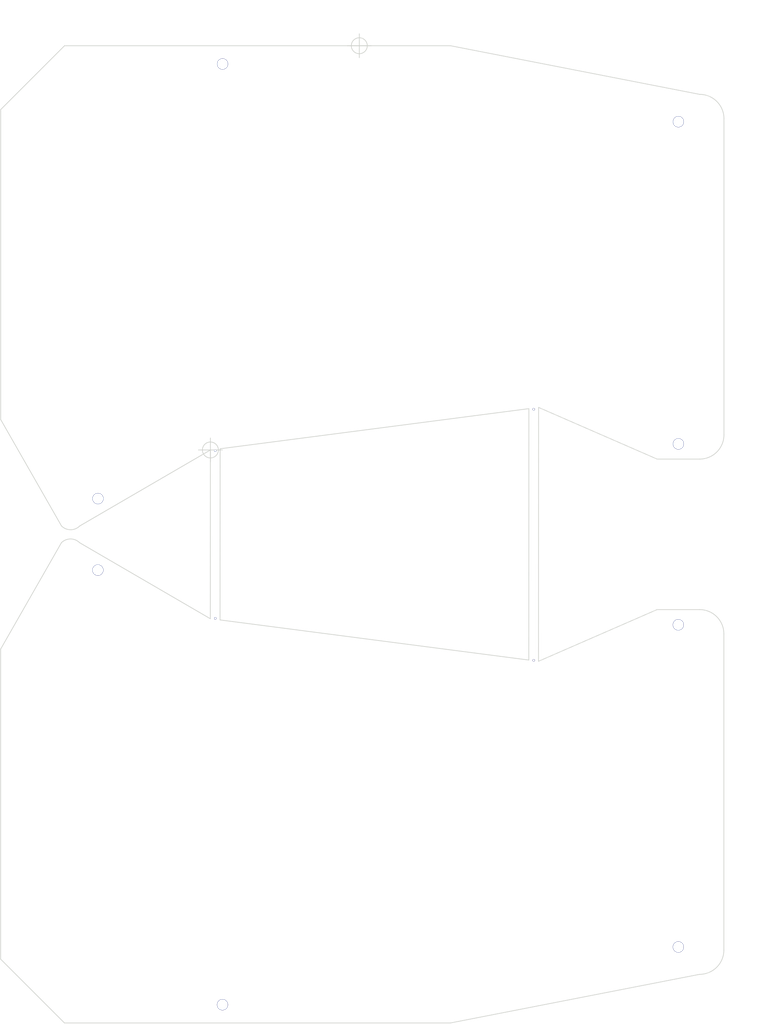
<source format=kicad_pcb>
(kicad_pcb (version 20171130) (host pcbnew 5.0.2-bee76a0~70~ubuntu18.04.1)

  (general
    (thickness 1.6)
    (drawings 36)
    (tracks 4)
    (zones 0)
    (modules 8)
    (nets 2)
  )

  (page A4)
  (layers
    (0 F.Cu signal)
    (31 B.Cu signal)
    (32 B.Adhes user)
    (33 F.Adhes user)
    (34 B.Paste user)
    (35 F.Paste user)
    (36 B.SilkS user)
    (37 F.SilkS user)
    (38 B.Mask user hide)
    (39 F.Mask user hide)
    (40 Dwgs.User user)
    (41 Cmts.User user)
    (42 Eco1.User user)
    (43 Eco2.User user)
    (44 Edge.Cuts user)
    (45 Margin user)
    (46 B.CrtYd user)
    (47 F.CrtYd user)
    (48 B.Fab user)
    (49 F.Fab user)
  )

  (setup
    (last_trace_width 0.25)
    (trace_clearance 0.2)
    (zone_clearance 0.508)
    (zone_45_only no)
    (trace_min 0.2)
    (segment_width 0.2)
    (edge_width 0.15)
    (via_size 0.8)
    (via_drill 0.4)
    (via_min_size 0.4)
    (via_min_drill 0.3)
    (uvia_size 0.3)
    (uvia_drill 0.1)
    (uvias_allowed no)
    (uvia_min_size 0.2)
    (uvia_min_drill 0.1)
    (pcb_text_width 0.3)
    (pcb_text_size 1.5 1.5)
    (mod_edge_width 0.15)
    (mod_text_size 1 1)
    (mod_text_width 0.15)
    (pad_size 2.3 2.3)
    (pad_drill 2.2)
    (pad_to_mask_clearance 0.051)
    (solder_mask_min_width 0.25)
    (aux_axis_origin 0 0)
    (grid_origin 104.14 105.41)
    (visible_elements FFFFF77F)
    (pcbplotparams
      (layerselection 0x01088_7fffffff)
      (usegerberextensions true)
      (usegerberattributes false)
      (usegerberadvancedattributes false)
      (creategerberjobfile false)
      (excludeedgelayer true)
      (linewidth 0.100000)
      (plotframeref false)
      (viasonmask false)
      (mode 1)
      (useauxorigin false)
      (hpglpennumber 1)
      (hpglpenspeed 20)
      (hpglpendiameter 15.000000)
      (psnegative false)
      (psa4output false)
      (plotreference true)
      (plotvalue true)
      (plotinvisibletext false)
      (padsonsilk false)
      (subtractmaskfromsilk false)
      (outputformat 1)
      (mirror false)
      (drillshape 0)
      (scaleselection 1)
      (outputdirectory "garbar"))
  )

  (net 0 "")
  (net 1 GND)

  (net_class Default "これはデフォルトのネット クラスです。"
    (clearance 0.2)
    (trace_width 0.25)
    (via_dia 0.8)
    (via_drill 0.4)
    (uvia_dia 0.3)
    (uvia_drill 0.1)
  )

  (net_class POWER ""
    (clearance 0.2)
    (trace_width 0.4)
    (via_dia 0.8)
    (via_drill 0.4)
    (uvia_dia 0.3)
    (uvia_drill 0.1)
    (add_net GND)
  )

  (module keebio_parts:SolidCopper (layer B.Cu) (tedit 5CFE5278) (tstamp 5CFE808F)
    (at 201.912532 209.244229)
    (descr "Mounting Hole 2.2mm, M2")
    (tags "mounting hole 2.2mm m2")
    (fp_text reference Ref2 (at 0 3.2) (layer B.SilkS) hide
      (effects (font (size 1 1) (thickness 0.15)) (justify mirror))
    )
    (fp_text value Val** (at 0 -3.2) (layer B.Fab)
      (effects (font (size 1 1) (thickness 0.15)) (justify mirror))
    )
    (fp_circle (center 0 0) (end 2.2 0) (layer Cmts.User) (width 0.15))
    (fp_circle (center 0 0) (end 2.45 0) (layer B.CrtYd) (width 0.05))
    (pad 1 thru_hole circle (at 0 0) (size 2.3 2.3) (drill 2.2) (layers *.Cu *.Mask))
  )

  (module keebio_parts:SolidCopper (layer B.Cu) (tedit 5CFE527C) (tstamp 5CFE807C)
    (at 106.662532 221.309229)
    (descr "Mounting Hole 2.2mm, M2")
    (tags "mounting hole 2.2mm m2")
    (fp_text reference Ref1 (at 0 3.2) (layer B.SilkS) hide
      (effects (font (size 1 1) (thickness 0.15)) (justify mirror))
    )
    (fp_text value Val** (at 0 -3.2) (layer B.Fab)
      (effects (font (size 1 1) (thickness 0.15)) (justify mirror))
    )
    (fp_circle (center 0 0) (end 2.2 0) (layer Cmts.User) (width 0.15))
    (fp_circle (center 0 0) (end 2.45 0) (layer B.CrtYd) (width 0.05))
    (pad 1 thru_hole circle (at 0 0) (size 2.3 2.3) (drill 2.2) (layers *.Cu *.Mask))
  )

  (module keebio_parts:SolidCopper (layer B.Cu) (tedit 5CFE5237) (tstamp 5CFE8075)
    (at 80.627532 130.504229)
    (descr "Mounting Hole 2.2mm, M2")
    (tags "mounting hole 2.2mm m2")
    (fp_text reference Ref3 (at 0 3.2) (layer B.SilkS) hide
      (effects (font (size 1 1) (thickness 0.15)) (justify mirror))
    )
    (fp_text value Val** (at 0 -3.2) (layer B.Fab)
      (effects (font (size 1 1) (thickness 0.15)) (justify mirror))
    )
    (fp_circle (center 0 0) (end 2.2 0) (layer Cmts.User) (width 0.15))
    (fp_circle (center 0 0) (end 2.45 0) (layer B.CrtYd) (width 0.05))
    (pad 1 thru_hole circle (at 0 0) (size 2.3 2.3) (drill 2.2) (layers *.Cu *.Mask))
  )

  (module keebio_parts:SolidCopper (layer B.Cu) (tedit 5CFE5272) (tstamp 5CFE806F)
    (at 201.912532 141.934229)
    (descr "Mounting Hole 2.2mm, M2")
    (tags "mounting hole 2.2mm m2")
    (fp_text reference Ref5 (at 0 3.2) (layer B.SilkS) hide
      (effects (font (size 1 1) (thickness 0.15)) (justify mirror))
    )
    (fp_text value Val** (at 0 -3.2) (layer B.Fab)
      (effects (font (size 1 1) (thickness 0.15)) (justify mirror))
    )
    (fp_circle (center 0 0) (end 2.2 0) (layer Cmts.User) (width 0.15))
    (fp_circle (center 0 0) (end 2.45 0) (layer B.CrtYd) (width 0.05))
    (pad 1 thru_hole circle (at 0 0) (size 2.3 2.3) (drill 2.2) (layers *.Cu *.Mask))
  )

  (module keebio_parts:SolidCopper (layer F.Cu) (tedit 5CFE527C) (tstamp 5CEEC9B6)
    (at 106.68 24.765)
    (descr "Mounting Hole 2.2mm, M2")
    (tags "mounting hole 2.2mm m2")
    (fp_text reference Ref1 (at 0 -3.2) (layer F.SilkS) hide
      (effects (font (size 1 1) (thickness 0.15)))
    )
    (fp_text value Val** (at 0 3.2) (layer F.Fab)
      (effects (font (size 1 1) (thickness 0.15)))
    )
    (fp_circle (center 0 0) (end 2.45 0) (layer F.CrtYd) (width 0.05))
    (fp_circle (center 0 0) (end 2.2 0) (layer Cmts.User) (width 0.15))
    (pad 1 thru_hole circle (at 0 0) (size 2.3 2.3) (drill 2.2) (layers *.Cu *.Mask)
      (net 1 GND))
  )

  (module keebio_parts:SolidCopper (layer F.Cu) (tedit 5CFE5237) (tstamp 5CEEC9B6)
    (at 80.645 115.57)
    (descr "Mounting Hole 2.2mm, M2")
    (tags "mounting hole 2.2mm m2")
    (fp_text reference Ref3 (at 0 -3.2) (layer F.SilkS) hide
      (effects (font (size 1 1) (thickness 0.15)))
    )
    (fp_text value Val** (at 0 3.2) (layer F.Fab)
      (effects (font (size 1 1) (thickness 0.15)))
    )
    (fp_circle (center 0 0) (end 2.45 0) (layer F.CrtYd) (width 0.05))
    (fp_circle (center 0 0) (end 2.2 0) (layer Cmts.User) (width 0.15))
    (pad 1 thru_hole circle (at 0 0) (size 2.3 2.3) (drill 2.2) (layers *.Cu *.Mask)
      (net 1 GND))
  )

  (module keebio_parts:SolidCopper (layer F.Cu) (tedit 5CFE5272) (tstamp 5CEEC9B6)
    (at 201.93 104.14)
    (descr "Mounting Hole 2.2mm, M2")
    (tags "mounting hole 2.2mm m2")
    (fp_text reference Ref5 (at 0 -3.2) (layer F.SilkS) hide
      (effects (font (size 1 1) (thickness 0.15)))
    )
    (fp_text value Val** (at 0 3.2) (layer F.Fab)
      (effects (font (size 1 1) (thickness 0.15)))
    )
    (fp_circle (center 0 0) (end 2.45 0) (layer F.CrtYd) (width 0.05))
    (fp_circle (center 0 0) (end 2.2 0) (layer Cmts.User) (width 0.15))
    (pad 1 thru_hole circle (at 0 0) (size 2.3 2.3) (drill 2.2) (layers *.Cu *.Mask)
      (net 1 GND))
  )

  (module keebio_parts:SolidCopper (layer F.Cu) (tedit 5CFE5278) (tstamp 5CEEBC53)
    (at 201.93 36.83)
    (descr "Mounting Hole 2.2mm, M2")
    (tags "mounting hole 2.2mm m2")
    (fp_text reference Ref2 (at 0 -3.2) (layer F.SilkS) hide
      (effects (font (size 1 1) (thickness 0.15)))
    )
    (fp_text value Val** (at 0 3.2) (layer F.Fab)
      (effects (font (size 1 1) (thickness 0.15)))
    )
    (fp_circle (center 0 0) (end 2.45 0) (layer F.CrtYd) (width 0.05))
    (fp_circle (center 0 0) (end 2.2 0) (layer Cmts.User) (width 0.15))
    (pad 1 thru_hole circle (at 0 0) (size 2.3 2.3) (drill 2.2) (layers *.Cu *.Mask)
      (net 1 GND))
  )

  (gr_arc (start 74.912532 126.694229) (end 73.007533 124.78923) (angle 90) (layer Edge.Cuts) (width 0.15) (tstamp 5CFE808E))
  (gr_line (start 60.307532 211.784229) (end 73.642532 225.119229) (layer Edge.Cuts) (width 0.15) (tstamp 5CFE808D))
  (gr_line (start 73.642532 225.119229) (end 154.287532 225.119229) (layer Edge.Cuts) (width 0.15) (tstamp 5CFE808C))
  (gr_line (start 154.287532 225.119229) (end 206.357532 214.959229) (layer Edge.Cuts) (width 0.15) (tstamp 5CFE808B))
  (gr_line (start 211.437532 209.879229) (end 211.437532 143.839229) (layer Edge.Cuts) (width 0.15) (tstamp 5CFE808A))
  (gr_line (start 206.357532 138.759229) (end 197.467532 138.759229) (layer Edge.Cuts) (width 0.15) (tstamp 5CFE8089))
  (gr_line (start 104.122532 140.664229) (end 76.817532 124.789229) (layer Edge.Cuts) (width 0.15) (tstamp 5CFE8088))
  (gr_line (start 60.307532 147.014229) (end 60.307532 211.784229) (layer Edge.Cuts) (width 0.15) (tstamp 5CFE8087))
  (gr_arc (start 206.357532 143.839229) (end 206.357532 138.759229) (angle 90) (layer Edge.Cuts) (width 0.15) (tstamp 5CFE8086))
  (gr_line (start 73.007532 124.789229) (end 60.307532 147.014229) (layer Edge.Cuts) (width 0.15) (tstamp 5CFE8085))
  (gr_arc (start 206.357532 209.879229) (end 211.437532 209.879229) (angle 90) (layer Edge.Cuts) (width 0.15) (tstamp 5CFE8084))
  (gr_line (start 172.702532 149.554229) (end 197.467532 138.759229) (layer Edge.Cuts) (width 0.15) (tstamp 5CFE8083))
  (gr_line (start 106.154532 140.918229) (end 170.670532 149.300229) (layer Edge.Cuts) (width 0.15) (tstamp 5CFE807B))
  (gr_poly (pts (xy 211.455 20.955) (xy 60.325 20.955) (xy 60.325 224.155) (xy 211.455 224.155)) (layer B.Mask) (width 0.15) (tstamp 5CFE5A07))
  (gr_poly (pts (xy 211.455 225.425) (xy 60.325 225.425) (xy 60.325 20.955) (xy 211.455 20.955)) (layer F.Mask) (width 0.15))
  (gr_line (start 170.688 96.774) (end 170.671 149.3) (layer Edge.Cuts) (width 0.15))
  (gr_line (start 106.155 140.918) (end 106.172 105.156) (layer Edge.Cuts) (width 0.15))
  (gr_line (start 106.172 105.156) (end 170.688 96.774) (layer Edge.Cuts) (width 0.15) (tstamp 5CFE50B1))
  (target plus (at 104.14 105.41) (size 5) (width 0.15) (layer Edge.Cuts))
  (gr_line (start 172.703 149.554) (end 172.72 96.52) (layer Edge.Cuts) (width 0.15))
  (gr_line (start 104.123 140.664) (end 104.14 105.41) (layer Edge.Cuts) (width 0.15))
  (gr_arc (start 74.93 119.38) (end 73.025001 121.284999) (angle -90) (layer Edge.Cuts) (width 0.15))
  (dimension 151.13 (width 0.3) (layer Dwgs.User)
    (gr_text "151.130 mm" (at 135.89 12.505) (layer Dwgs.User)
      (effects (font (size 1.5 1.5) (thickness 0.3)))
    )
    (feature1 (pts (xy 211.455 34.29) (xy 211.455 14.018579)))
    (feature2 (pts (xy 60.325 34.29) (xy 60.325 14.018579)))
    (crossbar (pts (xy 60.325 14.605) (xy 211.455 14.605)))
    (arrow1a (pts (xy 211.455 14.605) (xy 210.328496 15.191421)))
    (arrow1b (pts (xy 211.455 14.605) (xy 210.328496 14.018579)))
    (arrow2a (pts (xy 60.325 14.605) (xy 61.451504 15.191421)))
    (arrow2b (pts (xy 60.325 14.605) (xy 61.451504 14.018579)))
  )
  (target plus (at 135.255 20.955) (size 5) (width 0.15) (layer Edge.Cuts))
  (gr_line (start 172.72 96.52) (end 197.485 107.315) (layer Edge.Cuts) (width 0.15))
  (gr_arc (start 206.375 36.195) (end 211.455 36.195) (angle -90) (layer Edge.Cuts) (width 0.15))
  (gr_line (start 73.025 121.285) (end 60.325 99.06) (layer Edge.Cuts) (width 0.15))
  (gr_arc (start 206.375 102.235) (end 206.375 107.315) (angle -90) (layer Edge.Cuts) (width 0.15))
  (dimension 204.216 (width 0.3) (layer Dwgs.User)
    (gr_text "204.216 mm" (at 220.413 123.063 270) (layer Dwgs.User)
      (effects (font (size 1.5 1.5) (thickness 0.3)))
    )
    (feature1 (pts (xy 154.305 225.171) (xy 218.899421 225.171)))
    (feature2 (pts (xy 154.305 20.955) (xy 218.899421 20.955)))
    (crossbar (pts (xy 218.313 20.955) (xy 218.313 225.171)))
    (arrow1a (pts (xy 218.313 225.171) (xy 217.726579 224.044496)))
    (arrow1b (pts (xy 218.313 225.171) (xy 218.899421 224.044496)))
    (arrow2a (pts (xy 218.313 20.955) (xy 217.726579 22.081504)))
    (arrow2b (pts (xy 218.313 20.955) (xy 218.899421 22.081504)))
  )
  (gr_line (start 60.325 99.06) (end 60.325 34.29) (layer Edge.Cuts) (width 0.15))
  (gr_line (start 104.14 105.41) (end 76.835 121.285) (layer Edge.Cuts) (width 0.15))
  (gr_line (start 206.375 107.315) (end 197.485 107.315) (layer Edge.Cuts) (width 0.15))
  (gr_line (start 211.455 36.195) (end 211.455 102.235) (layer Edge.Cuts) (width 0.15))
  (gr_line (start 154.305 20.955) (end 206.375 31.115) (layer Edge.Cuts) (width 0.15))
  (gr_line (start 73.66 20.955) (end 154.305 20.955) (layer Edge.Cuts) (width 0.15))
  (gr_line (start 60.325 34.29) (end 73.66 20.955) (layer Edge.Cuts) (width 0.15))

  (via (at 105.156 105.537) (size 0.5) (drill 0.4) (layers F.Cu B.Cu) (net 0))
  (via (at 105.156 140.589) (size 0.5) (drill 0.4) (layers F.Cu B.Cu) (net 0))
  (via (at 171.704 149.352) (size 0.5) (drill 0.4) (layers F.Cu B.Cu) (net 0) (tstamp 5CFFB08D))
  (via (at 171.704 96.901) (size 0.5) (drill 0.4) (layers F.Cu B.Cu) (net 0) (tstamp 5CFFB08D))

)

</source>
